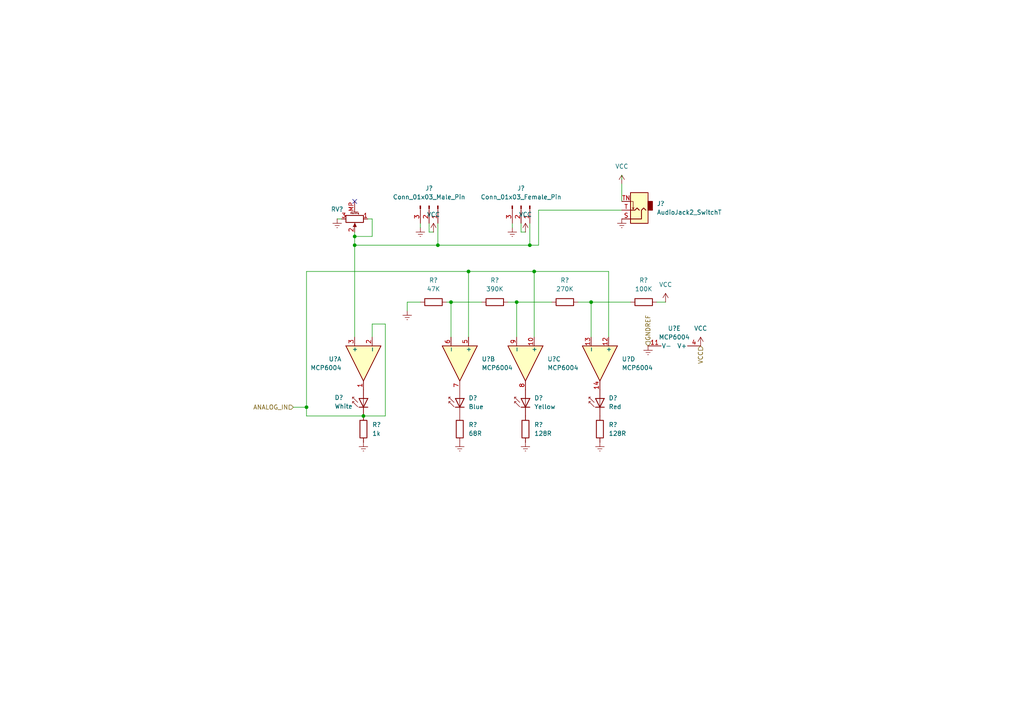
<source format=kicad_sch>
(kicad_sch (version 20231120) (generator "eeschema") (generator_version "8.0")
  (paper "A4")
  (lib_symbols
    (symbol "Amplifier_Operational:MCP6004" (pin_names (offset 0.127))
      (property "Reference" "U" (at 0 5.08 0))
      (property "Value" "MCP6004" (at 0 -5.08 0))
      (symbol "MCP6004_1_1"
        (polyline (pts (xy -5.08 5.08) (xy 5.08 0) (xy -5.08 -5.08) (xy -5.08 5.08)) (stroke (width 0.254)) (fill (type background)))
        (pin output line (at 7.62 0 180) (length 2.54) (name "~") (number "1"))
        (pin input line (at -7.62 -2.54 0) (length 2.54) (name "-") (number "2"))
        (pin input line (at -7.62 2.54 0) (length 2.54) (name "+") (number "3"))
      )
      (symbol "MCP6004_2_1"
        (polyline (pts (xy -5.08 5.08) (xy 5.08 0) (xy -5.08 -5.08) (xy -5.08 5.08)) (stroke (width 0.254)) (fill (type background)))
        (pin input line (at -7.62 2.54 0) (length 2.54) (name "+") (number "5"))
        (pin input line (at -7.62 -2.54 0) (length 2.54) (name "-") (number "6"))
        (pin output line (at 7.62 0 180) (length 2.54) (name "~") (number "7"))
      )
      (symbol "MCP6004_3_1"
        (polyline (pts (xy -5.08 5.08) (xy 5.08 0) (xy -5.08 -5.08) (xy -5.08 5.08)) (stroke (width 0.254)) (fill (type background)))
        (pin input line (at -7.62 2.54 0) (length 2.54) (name "+") (number "10"))
        (pin output line (at 7.62 0 180) (length 2.54) (name "~") (number "8"))
        (pin input line (at -7.62 -2.54 0) (length 2.54) (name "-") (number "9"))
      )
      (symbol "MCP6004_4_1"
        (polyline (pts (xy -5.08 5.08) (xy 5.08 0) (xy -5.08 -5.08) (xy -5.08 5.08)) (stroke (width 0.254)) (fill (type background)))
        (pin input line (at -7.62 2.54 0) (length 2.54) (name "+") (number "12"))
        (pin input line (at -7.62 -2.54 0) (length 2.54) (name "-") (number "13"))
        (pin output line (at 7.62 0 180) (length 2.54) (name "~") (number "14"))
      )
      (symbol "MCP6004_5_1"
        (pin power_in line (at -2.54 -7.62 90) (length 3.81) (name "V-") (number "11"))
        (pin power_in line (at -2.54 7.62 270) (length 3.81) (name "V+") (number "4"))
      )
    )
    (symbol "Connector:Conn_01x03_Pin" (pin_names (offset 1.016) hide)
      (property "Reference" "J" (at 0 5.08 0))
      (property "Value" "Conn_01x03_Pin" (at 0 -5.08 0))
      (symbol "Conn_01x03_Pin_1_1"
        (polyline (pts (xy 1.27 -2.54) (xy 0.8636 -2.54)) (stroke (width 0.1524)))
        (polyline (pts (xy 1.27 0) (xy 0.8636 0)) (stroke (width 0.1524)))
        (polyline (pts (xy 1.27 2.54) (xy 0.8636 2.54)) (stroke (width 0.1524)))
        (rectangle (start 0.8636 -2.413) (end 0 -2.667) (stroke (width 0.1524)) (fill (type outline)))
        (rectangle (start 0.8636 0.127) (end 0 -0.127) (stroke (width 0.1524)) (fill (type outline)))
        (rectangle (start 0.8636 2.667) (end 0 2.413) (stroke (width 0.1524)) (fill (type outline)))
        (pin passive line (at 5.08 2.54 180) (length 3.81) (name "Pin_1") (number "1"))
        (pin passive line (at 5.08 0 180) (length 3.81) (name "Pin_2") (number "2"))
        (pin passive line (at 5.08 -2.54 180) (length 3.81) (name "Pin_3") (number "3"))
      )
    )
    (symbol "Connector_Audio:AudioJack2_SwitchT"
      (property "Reference" "J" (at 0 8.89 0))
      (property "Value" "AudioJack2_SwitchT" (at 0 6.35 0))
      (symbol "AudioJack2_SwitchT_0_1"
        (rectangle (start -2.54 0) (end -3.81 -2.54) (stroke (width 0.254)) (fill (type outline)))
        (polyline (pts (xy 1.778 -0.254) (xy 2.032 -0.762)))
        (polyline (pts (xy 0 0) (xy 0.635 -0.635) (xy 1.27 0) (xy 2.54 0)) (stroke (width 0.254)))
        (polyline (pts (xy 2.54 -2.54) (xy 1.778 -2.54) (xy 1.778 -0.254) (xy 1.524 -0.762)))
        (polyline (pts (xy 2.54 2.54) (xy -0.635 2.54) (xy -0.635 0) (xy -1.27 -0.635) (xy -1.905 0)) (stroke (width 0.254)))
        (rectangle (start 2.54 3.81) (end -2.54 -5.08) (stroke (width 0.254)) (fill (type background)))
      )
      (symbol "AudioJack2_SwitchT_1_1"
        (pin passive line (at 5.08 2.54 180) (length 2.54) (name "~") (number "S"))
        (pin passive line (at 5.08 0 180) (length 2.54) (name "~") (number "T"))
        (pin passive line (at 5.08 -2.54 180) (length 2.54) (name "~") (number "TN"))
      )
    )
    (symbol "Device:R" (pin_numbers hide) (pin_names (offset 0))
      (property "Reference" "R" (at 2.032 0 90))
      (property "Value" "R" (at 0 0 90))
      (symbol "R_0_1"
        (rectangle (start -1.016 -2.54) (end 1.016 2.54) (stroke (width 0.254)))
      )
      (symbol "R_1_1"
        (pin passive line (at 0 3.81 270) (length 1.27) (name "~") (number "1"))
        (pin passive line (at 0 -3.81 90) (length 1.27) (name "~") (number "2"))
      )
    )
    (symbol "Device:R_Potentiometer_MountingPin" (pin_names (offset 1.016) hide)
      (property "Reference" "RV" (at -8.255 0 90))
      (property "Value" "R_Potentiometer_MountingPin" (at -6.35 0 90))
      (symbol "R_Potentiometer_MountingPin_0_1"
        (polyline (pts (xy 2.54 0) (xy 1.524 0)))
        (polyline (pts (xy 1.143 0) (xy 2.286 0.508) (xy 2.286 -0.508)) (fill (type outline)))
        (rectangle (start 1.016 2.54) (end -1.016 -2.54) (stroke (width 0.254)))
      )
      (symbol "R_Potentiometer_MountingPin_1_1"
        (polyline (pts (xy -2.032 1.016) (xy -2.032 -1.016)) (stroke (width 0.1524)))
        (text "Mounting" (at -1.651 0 900) (effects (font (size 0.381 0.381))))
        (pin passive line (at 0 3.81 270) (length 1.27) (name "1") (number "1"))
        (pin passive line (at 3.81 0 180) (length 1.27) (name "2") (number "2"))
        (pin passive line (at 0 -3.81 90) (length 1.27) (name "3") (number "3"))
        (pin passive line (at -5.08 0 0) (length 3.048) (name "MountPin") (number "MP"))
      )
    )
    (symbol "LED:IRL81A" (pin_numbers hide) (pin_names (offset 1.016) hide)
      (property "Reference" "D" (at 0.508 1.778 0))
      (property "Value" "IRL81A" (at -1.016 -2.794 0))
      (symbol "IRL81A_0_1"
        (polyline (pts (xy -2.54 0) (xy 0 0)))
        (polyline (pts (xy -2.54 1.27) (xy -2.54 -1.27)) (stroke (width 0.254)))
        (polyline (pts (xy 0.381 3.175) (xy -0.127 3.175)))
        (polyline (pts (xy -1.143 1.651) (xy 0.381 3.175) (xy 0.381 2.667)))
        (polyline (pts (xy 0 -1.27) (xy 0 1.27) (xy -2.54 0) (xy 0 -1.27)) (stroke (width 0.254)))
        (polyline (pts (xy -2.413 1.651) (xy -0.889 3.175) (xy -0.889 2.667) (xy -0.889 3.175) (xy -1.397 3.175)))
      )
      (symbol "IRL81A_1_1"
        (pin passive line (at -5.08 0 0) (length 2.54) (name "K") (number "1"))
        (pin passive line (at 2.54 0 180) (length 2.54) (name "A") (number "2"))
      )
    )
    (symbol "power:GNDREF" (power) (pin_numbers hide) (pin_names (offset 0) hide)
      (property "Value" "GNDREF" (at 0 -3.81 0))
      (symbol "GNDREF_0_1"
        (polyline (pts (xy -0.635 -1.905) (xy 0.635 -1.905)))
        (polyline (pts (xy -0.127 -2.54) (xy 0.127 -2.54)))
        (polyline (pts (xy 0 -1.27) (xy 0 0)))
        (polyline (pts (xy 1.27 -1.27) (xy -1.27 -1.27)))
      )
      (symbol "GNDREF_1_1"
        (pin power_in line (at 0 0 270) (length 0) (name "~") (number "1"))
      )
    )
    (symbol "power:VCC" (power) (pin_numbers hide) (pin_names (offset 0) hide)
      (property "Value" "VCC" (at 0 3.556 0))
      (symbol "VCC_0_1"
        (polyline (pts (xy -0.762 1.27) (xy 0 2.54)))
        (polyline (pts (xy 0 0) (xy 0 2.54)))
        (polyline (pts (xy 0 2.54) (xy 0.762 1.27)))
      )
      (symbol "VCC_1_1"
        (pin power_in line (at 0 0 90) (length 0) (name "~") (number "1"))
      )
    )
  )
  (junction (at 127 71.12))
  (junction (at 154.94 78.74))
  (junction (at 105.41 120.65))
  (junction (at 88.9 118.11))
  (junction (at 102.87 68.58))
  (junction (at 102.87 71.12))
  (junction (at 153.67 71.12))
  (junction (at 135.89 78.74))
  (junction (at 149.86 87.63))
  (junction (at 171.45 87.63))
  (junction (at 130.81 87.63))
  (no_connect (at 102.87 58.42))
  (wire (pts (xy 130.81 87.63) (xy 130.81 97.79)))
  (wire (pts (xy 124.46 64.77) (xy 124.46 67.31)))
  (wire (pts (xy 127 71.12) (xy 153.67 71.12)))
  (wire (pts (xy 129.54 87.63) (xy 130.81 87.63)))
  (wire (pts (xy 107.95 63.5) (xy 106.68 63.5)))
  (wire (pts (xy 171.45 87.63) (xy 167.64 87.63)))
  (wire (pts (xy 88.9 118.11) (xy 88.9 120.65)))
  (wire (pts (xy 135.89 78.74) (xy 154.94 78.74)))
  (wire (pts (xy 156.21 60.96) (xy 180.34 60.96)))
  (wire (pts (xy 154.94 78.74) (xy 176.53 78.74)))
  (wire (pts (xy 85.09 118.11) (xy 88.9 118.11)))
  (wire (pts (xy 97.79 63.5) (xy 99.06 63.5)))
  (wire (pts (xy 153.67 71.12) (xy 156.21 71.12)))
  (wire (pts (xy 154.94 78.74) (xy 154.94 97.79)))
  (wire (pts (xy 182.88 87.63) (xy 171.45 87.63)))
  (wire (pts (xy 152.4 67.31) (xy 151.13 67.31)))
  (wire (pts (xy 125.73 67.31) (xy 124.46 67.31)))
  (wire (pts (xy 105.41 120.65) (xy 111.76 120.65)))
  (wire (pts (xy 180.34 53.34) (xy 180.34 58.42)))
  (wire (pts (xy 107.95 93.98) (xy 111.76 93.98)))
  (wire (pts (xy 102.87 68.58) (xy 102.87 71.12)))
  (wire (pts (xy 176.53 78.74) (xy 176.53 97.79)))
  (wire (pts (xy 88.9 78.74) (xy 88.9 118.11)))
  (wire (pts (xy 147.32 87.63) (xy 149.86 87.63)))
  (wire (pts (xy 107.95 93.98) (xy 107.95 97.79)))
  (wire (pts (xy 111.76 120.65) (xy 111.76 93.98)))
  (wire (pts (xy 149.86 87.63) (xy 160.02 87.63)))
  (wire (pts (xy 193.04 87.63) (xy 190.5 87.63)))
  (wire (pts (xy 102.87 67.31) (xy 102.87 68.58)))
  (wire (pts (xy 180.34 50.8) (xy 180.34 52.07)))
  (wire (pts (xy 171.45 87.63) (xy 171.45 97.79)))
  (wire (pts (xy 88.9 78.74) (xy 135.89 78.74)))
  (wire (pts (xy 151.13 64.77) (xy 151.13 67.31)))
  (wire (pts (xy 153.67 64.77) (xy 153.67 71.12)))
  (wire (pts (xy 102.87 71.12) (xy 127 71.12)))
  (wire (pts (xy 127 64.77) (xy 127 71.12)))
  (wire (pts (xy 149.86 87.63) (xy 149.86 97.79)))
  (wire (pts (xy 156.21 71.12) (xy 156.21 60.96)))
  (wire (pts (xy 130.81 87.63) (xy 139.7 87.63)))
  (wire (pts (xy 148.59 64.77) (xy 148.59 66.04)))
  (wire (pts (xy 121.92 87.63) (xy 118.11 87.63)))
  (wire (pts (xy 135.89 78.74) (xy 135.89 97.79)))
  (wire (pts (xy 121.92 64.77) (xy 121.92 66.04)))
  (wire (pts (xy 102.87 68.58) (xy 107.95 68.58)))
  (wire (pts (xy 102.87 71.12) (xy 102.87 97.79)))
  (wire (pts (xy 118.11 87.63) (xy 118.11 90.17)))
  (wire (pts (xy 107.95 68.58) (xy 107.95 63.5)))
  (wire (pts (xy 88.9 120.65) (xy 105.41 120.65)))
  (hierarchical_label "GNDREF" (shape input) (at 187.96 100.33 90))
  (hierarchical_label "ANALOG_IN" (shape input) (at 85.09 118.11 180))
  (hierarchical_label "VCC" (shape input) (at 203.2 100.33 270))
  (symbol (lib_id "Connector:Conn_01x03_Pin") (at 151.13 59.69 270) (unit 1)
    (property "Reference" "J?" (at 151.13 54.61 90))
    (property "Value" "Conn_01x03_Female_Pin" (at 151.13 57.15 90))
    (property "Footprint" "Connector_PinSocket_2.54mm:PinSocket_1x03_P2.54mm_Vertical" (effects (hide yes)))
    (property "Description" "Generic connector, single row, 01x03, script generated" (effects (hide yes)))
  )
  (symbol (lib_id "Connector:Conn_01x03_Pin") (at 124.46 59.69 270) (unit 1)
    (property "Reference" "J?" (at 124.46 54.61 90))
    (property "Value" "Conn_01x03_Male_Pin" (at 124.46 57.15 90))
    (property "Footprint" "Connector_PinHeader_2.54mm:PinHeader_1x03_P2.54mm_Vertical" (effects (hide yes)))
    (property "Description" "Generic connector, single row, 01x03, script generated" (effects (hide yes)))
  )
  (symbol (lib_id "power:GNDREF") (at 118.11 90.17 0) (unit 1)
    (property "Reference" "#PWR?" (effects (hide yes)))
    (property "Value" "GNDREF" (effects (hide yes)))
    (property "Description" "Power symbol creates a global label with name \"GNDREF\" , reference supply ground" (effects (hide yes)))
  )
  (symbol (lib_id "power:GNDREF") (at 121.92 66.04 0) (unit 1)
    (property "Reference" "#PWR?" (effects (hide yes)))
    (property "Value" "GNDREF" (effects (hide yes)))
    (property "Description" "Power symbol creates a global label with name \"GNDREF\" , reference supply ground" (effects (hide yes)))
  )
  (symbol (lib_id "power:GNDREF") (at 97.79 63.5 0) (unit 1)
    (property "Reference" "#PWR?" (effects (hide yes)))
    (property "Value" "GNDREF" (effects (hide yes)))
    (property "Description" "Power symbol creates a global label with name \"GNDREF\" , reference supply ground" (effects (hide yes)))
  )
  (symbol (lib_id "Device:R") (at 173.99 124.46 0) (unit 1)
    (property "Reference" "R?" (at 176.53 123.1899 0) (effects (justify left)))
    (property "Value" "128R" (at 176.53 125.7299 0) (effects (justify left)))
    (property "Footprint" "Resistor_THT:R_Axial_DIN0207_L6.3mm_D2.5mm_P2.54mm_Vertical" (effects (hide yes)))
    (property "Description" "Resistor" (effects (hide yes)))
  )
  (symbol (lib_id "Amplifier_Operational:MCP6004") (at 195.58 102.87 270) (unit 5)
    (property "Reference" "U?" (at 195.58 95.25 90))
    (property "Value" "MCP6004" (at 195.58 97.79 90))
    (property "Footprint" "Package_DIP:DIP-14_W7.62mm_Socket_LongPads" (effects (hide yes)))
    (property "Datasheet" "http://ww1.microchip.com/downloads/en/DeviceDoc/21733j.pdf" (effects (hide yes)))
    (property "Description" "1MHz, Low-Power Op Amp, DIP-14/SOIC-14/TSSOP-14" (effects (hide yes)))
  )
  (symbol (lib_id "Amplifier_Operational:MCP6004") (at 105.41 105.41 90) (mirror x) (unit 1)
    (property "Reference" "U?" (at 99.06 104.1399 90) (effects (justify left)))
    (property "Value" "MCP6004" (at 99.06 106.6799 90) (effects (justify left)))
    (property "Footprint" "Package_DIP:DIP-14_W7.62mm_Socket_LongPads" (effects (hide yes)))
    (property "Datasheet" "http://ww1.microchip.com/downloads/en/DeviceDoc/21733j.pdf" (effects (hide yes)))
    (property "Description" "1MHz, Low-Power Op Amp, DIP-14/SOIC-14/TSSOP-14" (effects (hide yes)))
  )
  (symbol (lib_id "power:VCC") (at 193.04 87.63 0) (unit 1)
    (property "Reference" "#PWR?" (effects (hide yes)))
    (property "Value" "VCC" (at 193.04 82.55 0))
    (property "Description" "Power symbol creates a global label with name \"VCC\"" (effects (hide yes)))
  )
  (symbol (lib_id "power:GNDREF") (at 133.35 128.27 0) (unit 1)
    (property "Reference" "#PWR?" (effects (hide yes)))
    (property "Value" "GNDREF" (effects (hide yes)))
    (property "Description" "Power symbol creates a global label with name \"GNDREF\" , reference supply ground" (effects (hide yes)))
  )
  (symbol (lib_id "Amplifier_Operational:MCP6004") (at 152.4 105.41 270) (unit 3)
    (property "Reference" "U?" (at 158.75 104.1399 90) (effects (justify left)))
    (property "Value" "MCP6004" (at 158.75 106.6799 90) (effects (justify left)))
    (property "Footprint" "Package_DIP:DIP-14_W7.62mm_Socket_LongPads" (effects (hide yes)))
    (property "Datasheet" "http://ww1.microchip.com/downloads/en/DeviceDoc/21733j.pdf" (effects (hide yes)))
    (property "Description" "1MHz, Low-Power Op Amp, DIP-14/SOIC-14/TSSOP-14" (effects (hide yes)))
  )
  (symbol (lib_id "power:VCC") (at 152.4 67.31 0) (unit 1)
    (property "Reference" "#PWR?" (effects (hide yes)))
    (property "Value" "VCC" (at 152.4 62.23 0))
    (property "Description" "Power symbol creates a global label with name \"VCC\"" (effects (hide yes)))
  )
  (symbol (lib_id "power:GNDREF") (at 180.34 63.5 0) (unit 1)
    (property "Reference" "#PWR?" (effects (hide yes)))
    (property "Value" "GNDREF" (effects (hide yes)))
    (property "Description" "Power symbol creates a global label with name \"GNDREF\" , reference supply ground" (effects (hide yes)))
  )
  (symbol (lib_id "power:VCC") (at 203.2 100.33 0) (unit 1)
    (property "Reference" "#PWR?" (effects (hide yes)))
    (property "Value" "VCC" (at 203.2 95.25 0))
    (property "Description" "Power symbol creates a global label with name \"VCC\"" (effects (hide yes)))
  )
  (symbol (lib_id "Amplifier_Operational:MCP6004") (at 133.35 105.41 270) (unit 2)
    (property "Reference" "U?" (at 139.7 104.1399 90) (effects (justify left)))
    (property "Value" "MCP6004" (at 139.7 106.6799 90) (effects (justify left)))
    (property "Footprint" "Package_DIP:DIP-14_W7.62mm_Socket_LongPads" (effects (hide yes)))
    (property "Datasheet" "http://ww1.microchip.com/downloads/en/DeviceDoc/21733j.pdf" (effects (hide yes)))
    (property "Description" "1MHz, Low-Power Op Amp, DIP-14/SOIC-14/TSSOP-14" (effects (hide yes)))
  )
  (symbol (lib_id "power:GNDREF") (at 173.99 128.27 0) (unit 1)
    (property "Reference" "#PWR?" (effects (hide yes)))
    (property "Value" "GNDREF" (effects (hide yes)))
    (property "Description" "Power symbol creates a global label with name \"GNDREF\" , reference supply ground" (effects (hide yes)))
  )
  (symbol (lib_id "power:VCC") (at 180.34 53.34 0) (unit 1)
    (property "Reference" "#PWR?" (effects (hide yes)))
    (property "Value" "VCC" (at 180.34 48.26 0))
    (property "Description" "Power symbol creates a global label with name \"VCC\"" (effects (hide yes)))
  )
  (symbol (lib_id "LED:IRL81A") (at 133.35 115.57 90) (unit 1)
    (property "Reference" "D?" (at 135.89 115.4429 90) (effects (justify right)))
    (property "Value" "Blue" (at 135.89 117.9829 90) (effects (justify right)))
    (property "Footprint" "LED_THT:LED_SideEmitter_Rectangular_W4.5mm_H1.6mm" (effects (hide yes)))
    (property "Datasheet" "http://www.osram-os.com/Graphics/XPic0/00203825_0.pdf" (effects (hide yes)))
    (property "Description" "850nm High Power Infrared Emitter, Side-Emitter package" (effects (hide yes)))
  )
  (symbol (lib_id "Device:R") (at 133.35 124.46 0) (unit 1)
    (property "Reference" "R?" (at 135.89 123.1899 0) (effects (justify left)))
    (property "Value" "68R" (at 135.89 125.7299 0) (effects (justify left)))
    (property "Footprint" "Resistor_THT:R_Axial_DIN0207_L6.3mm_D2.5mm_P2.54mm_Vertical" (effects (hide yes)))
    (property "Description" "Resistor" (effects (hide yes)))
  )
  (symbol (lib_id "Amplifier_Operational:MCP6004") (at 173.99 105.41 270) (unit 4)
    (property "Reference" "U?" (at 180.34 104.1399 90) (effects (justify left)))
    (property "Value" "MCP6004" (at 180.34 106.6799 90) (effects (justify left)))
    (property "Footprint" "Package_DIP:DIP-14_W7.62mm_Socket_LongPads" (effects (hide yes)))
    (property "Datasheet" "http://ww1.microchip.com/downloads/en/DeviceDoc/21733j.pdf" (effects (hide yes)))
    (property "Description" "1MHz, Low-Power Op Amp, DIP-14/SOIC-14/TSSOP-14" (effects (hide yes)))
  )
  (symbol (lib_id "power:GNDREF") (at 187.96 100.33 0) (unit 1)
    (property "Reference" "#PWR?" (effects (hide yes)))
    (property "Value" "GNDREF" (effects (hide yes)))
    (property "Description" "Power symbol creates a global label with name \"GNDREF\" , reference supply ground" (effects (hide yes)))
  )
  (symbol (lib_id "Device:R") (at 125.73 87.63 90) (unit 1)
    (property "Reference" "R?" (at 125.73 81.28 90))
    (property "Value" "47K" (at 125.73 83.82 90))
    (property "Footprint" "Resistor_THT:R_Axial_DIN0207_L6.3mm_D2.5mm_P2.54mm_Vertical" (effects (hide yes)))
    (property "Description" "Resistor" (effects (hide yes)))
  )
  (symbol (lib_id "Device:R") (at 152.4 124.46 0) (unit 1)
    (property "Reference" "R?" (at 154.94 123.1899 0) (effects (justify left)))
    (property "Value" "128R" (at 154.94 125.7299 0) (effects (justify left)))
    (property "Footprint" "Resistor_THT:R_Axial_DIN0207_L6.3mm_D2.5mm_P2.54mm_Vertical" (effects (hide yes)))
    (property "Description" "Resistor" (effects (hide yes)))
  )
  (symbol (lib_id "LED:IRL81A") (at 105.41 115.57 90) (unit 1)
    (property "Reference" "D?" (at 97.028 115.316 90) (effects (justify right)))
    (property "Value" "White" (at 97.028 117.856 90) (effects (justify right)))
    (property "Footprint" "LED_THT:LED_SideEmitter_Rectangular_W4.5mm_H1.6mm" (effects (hide yes)))
    (property "Datasheet" "http://www.osram-os.com/Graphics/XPic0/00203825_0.pdf" (effects (hide yes)))
    (property "Description" "850nm High Power Infrared Emitter, Side-Emitter package" (effects (hide yes)))
  )
  (symbol (lib_id "power:GNDREF") (at 105.41 128.27 0) (unit 1)
    (property "Reference" "#PWR01" (effects (hide yes)))
    (property "Value" "GNDREF" (effects (hide yes)))
    (property "Description" "Power symbol creates a global label with name \"GNDREF\" , reference supply ground" (effects (hide yes)))
  )
  (symbol (lib_id "Device:R") (at 163.83 87.63 90) (unit 1)
    (property "Reference" "R?" (at 163.83 81.28 90))
    (property "Value" "270K" (at 163.83 83.82 90))
    (property "Footprint" "Resistor_THT:R_Axial_DIN0207_L6.3mm_D2.5mm_P2.54mm_Vertical" (effects (hide yes)))
    (property "Description" "Resistor" (effects (hide yes)))
  )
  (symbol (lib_id "Device:R") (at 105.41 124.46 0) (unit 1)
    (property "Reference" "R?" (at 107.95 123.1899 0) (effects (justify left)))
    (property "Value" "1k" (at 107.95 125.7299 0) (effects (justify left)))
    (property "Footprint" "Resistor_THT:R_Axial_DIN0207_L6.3mm_D2.5mm_P2.54mm_Vertical" (effects (hide yes)))
    (property "Description" "Resistor" (effects (hide yes)))
  )
  (symbol (lib_id "LED:IRL81A") (at 152.4 115.57 90) (unit 1)
    (property "Reference" "D?" (at 154.94 115.4429 90) (effects (justify right)))
    (property "Value" "Yellow" (at 154.94 117.9829 90) (effects (justify right)))
    (property "Footprint" "LED_THT:LED_SideEmitter_Rectangular_W4.5mm_H1.6mm" (effects (hide yes)))
    (property "Datasheet" "http://www.osram-os.com/Graphics/XPic0/00203825_0.pdf" (effects (hide yes)))
    (property "Description" "850nm High Power Infrared Emitter, Side-Emitter package" (effects (hide yes)))
  )
  (symbol (lib_id "Device:R") (at 186.69 87.63 90) (unit 1)
    (property "Reference" "R?" (at 186.69 81.28 90))
    (property "Value" "100K" (at 186.69 83.82 90))
    (property "Footprint" "Resistor_THT:R_Axial_DIN0207_L6.3mm_D2.5mm_P2.54mm_Vertical" (effects (hide yes)))
    (property "Description" "Resistor" (effects (hide yes)))
  )
  (symbol (lib_id "power:GNDREF") (at 152.4 128.27 0) (unit 1)
    (property "Reference" "#PWR?" (effects (hide yes)))
    (property "Value" "GNDREF" (effects (hide yes)))
    (property "Description" "Power symbol creates a global label with name \"GNDREF\" , reference supply ground" (effects (hide yes)))
  )
  (symbol (lib_id "Device:R_Potentiometer_MountingPin") (at 102.87 63.5 270) (unit 1)
    (property "Reference" "RV?" (at 97.79 60.706 90))
    (property "Value" "R_Potentiometer_MountingPin" (effects (hide yes)))
    (property "Footprint" "Potentiometer_THT:Potentiometer_Alps_RK09K_Single_Vertical" (effects (hide yes)))
    (property "Description" "Potentiometer with a mounting pin" (effects (hide yes)))
  )
  (symbol (lib_id "Connector_Audio:AudioJack2_SwitchT") (at 185.42 60.96 180) (unit 1)
    (property "Reference" "J?" (at 190.5 59.0549 0) (effects (justify right)))
    (property "Value" "AudioJack2_SwitchT" (at 190.5 61.5949 0) (effects (justify right)))
    (property "Footprint" "Connector_Audio:Jack_3.5mm_QingPu_WQP-PJ398SM_Vertical_CircularHoles" (effects (hide yes)))
    (property "Description" "Audio Jack, 2 Poles (Mono / TS), Switched T Pole (Normalling)" (effects (hide yes)))
  )
  (symbol (lib_id "LED:IRL81A") (at 173.99 115.57 90) (unit 1)
    (property "Reference" "D?" (at 176.53 115.4429 90) (effects (justify right)))
    (property "Value" "Red" (at 176.53 117.9829 90) (effects (justify right)))
    (property "Footprint" "LED_THT:LED_SideEmitter_Rectangular_W4.5mm_H1.6mm" (effects (hide yes)))
    (property "Datasheet" "http://www.osram-os.com/Graphics/XPic0/00203825_0.pdf" (effects (hide yes)))
    (property "Description" "850nm High Power Infrared Emitter, Side-Emitter package" (effects (hide yes)))
  )
  (symbol (lib_id "power:VCC") (at 125.73 67.31 0) (unit 1)
    (property "Reference" "#PWR?" (effects (hide yes)))
    (property "Value" "VCC" (at 125.73 62.23 0))
    (property "Description" "Power symbol creates a global label with name \"VCC\"" (effects (hide yes)))
  )
  (symbol (lib_id "Device:R") (at 143.51 87.63 90) (unit 1)
    (property "Reference" "R?" (at 143.51 81.28 90))
    (property "Value" "390K" (at 143.51 83.82 90))
    (property "Footprint" "Resistor_THT:R_Axial_DIN0207_L6.3mm_D2.5mm_P2.54mm_Vertical" (effects (hide yes)))
    (property "Description" "Resistor" (effects (hide yes)))
  )
  (symbol (lib_id "power:GNDREF") (at 148.59 66.04 0) (unit 1)
    (property "Reference" "#PWR?" (effects (hide yes)))
    (property "Value" "GNDREF" (effects (hide yes)))
    (property "Description" "Power symbol creates a global label with name \"GNDREF\" , reference supply ground" (effects (hide yes)))
  )
)
</source>
